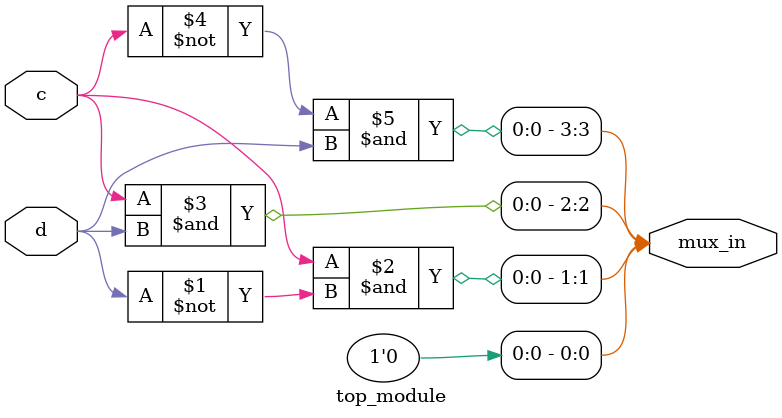
<source format=sv>
module top_module (
    input c,
    input d,
    output [3:0] mux_in
);

    // Implement the Karnaugh map using 2-to-1 multiplexers
    assign mux_in[0] = 1'b0;
    assign mux_in[1] = c & ~d;
    assign mux_in[2] = c & d;
    assign mux_in[3] = ~c & d;

endmodule

</source>
